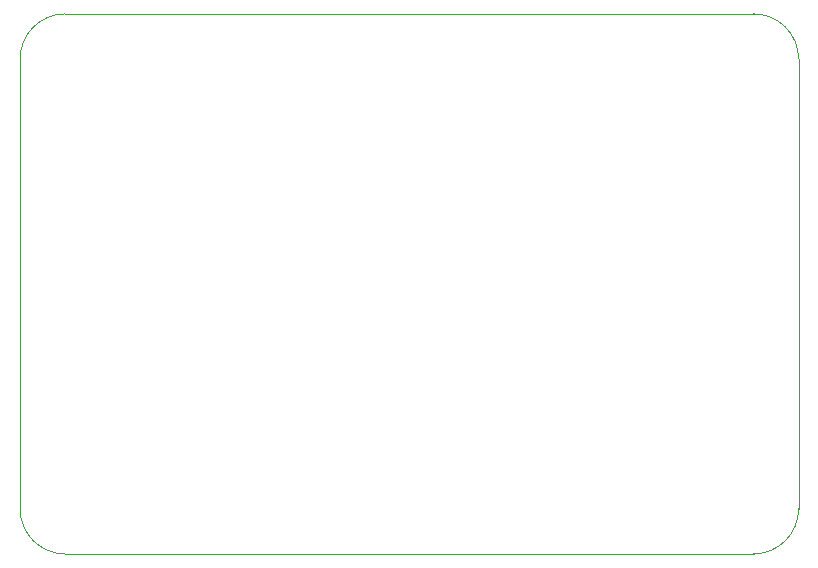
<source format=gbr>
%TF.GenerationSoftware,KiCad,Pcbnew,9.0.1*%
%TF.CreationDate,2025-05-27T12:36:52-05:00*%
%TF.ProjectId,Motor_PCB,4d6f746f-725f-4504-9342-2e6b69636164,1.2*%
%TF.SameCoordinates,Original*%
%TF.FileFunction,Profile,NP*%
%FSLAX46Y46*%
G04 Gerber Fmt 4.6, Leading zero omitted, Abs format (unit mm)*
G04 Created by KiCad (PCBNEW 9.0.1) date 2025-05-27 12:36:52*
%MOMM*%
%LPD*%
G01*
G04 APERTURE LIST*
%TA.AperFunction,Profile*%
%ADD10C,0.100000*%
%TD*%
G04 APERTURE END LIST*
D10*
X170052998Y-68579999D02*
G75*
G02*
X173863001Y-72389999I2J-3810001D01*
G01*
X111759999Y-114299999D02*
G75*
G02*
X107950001Y-110489999I1J3809999D01*
G01*
X170052998Y-114299999D02*
X111759999Y-114299999D01*
X111759999Y-68580000D02*
X170052998Y-68579999D01*
X107950000Y-72390000D02*
G75*
G02*
X111760000Y-68580000I3810000J0D01*
G01*
X107949999Y-110489999D02*
X107950000Y-72390000D01*
X173862998Y-110489999D02*
G75*
G02*
X170052998Y-114299998I-3809998J-1D01*
G01*
X173862998Y-72389999D02*
X173862998Y-110489999D01*
M02*

</source>
